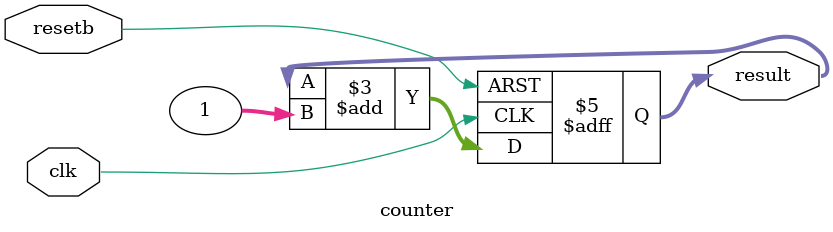
<source format=v>

module counter (
	clk,
	resetb,
	result
);

	input clk;
	input resetb;
	output [127:0] result;

	reg [127:0] result;

    initial begin
      result <= 0;
    end

	always @(posedge clk or negedge resetb)
	begin
		if (~resetb) 
			result = 0;		
		else 
			result = result + 1;
	end
endmodule		

</source>
